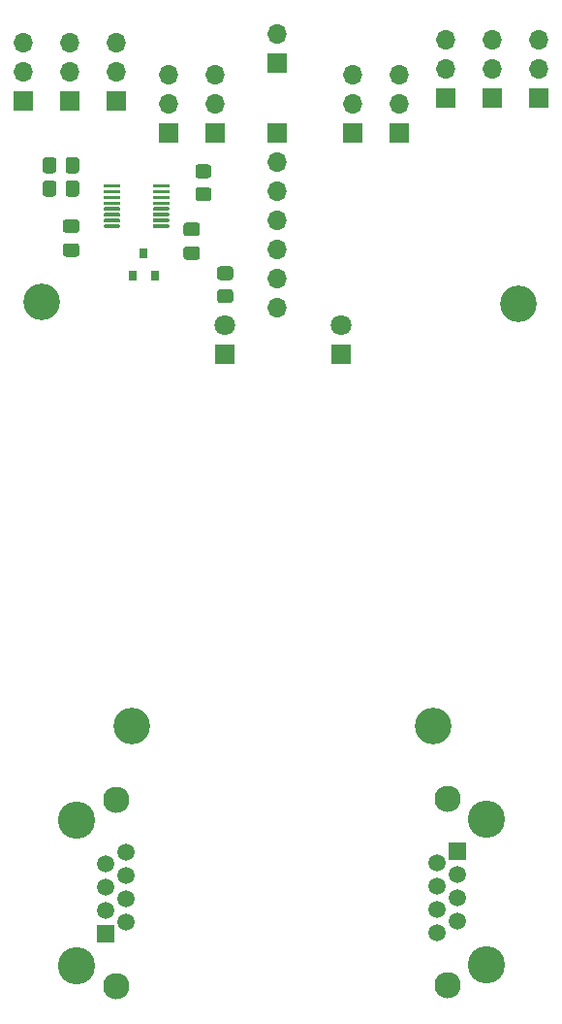
<source format=gbr>
%TF.GenerationSoftware,KiCad,Pcbnew,5.1.7-a382d34a8~87~ubuntu20.04.1*%
%TF.CreationDate,2020-11-04T11:30:01+01:00*%
%TF.ProjectId,isoSPI_Interface,69736f53-5049-45f4-996e-746572666163,rev?*%
%TF.SameCoordinates,Original*%
%TF.FileFunction,Soldermask,Bot*%
%TF.FilePolarity,Negative*%
%FSLAX46Y46*%
G04 Gerber Fmt 4.6, Leading zero omitted, Abs format (unit mm)*
G04 Created by KiCad (PCBNEW 5.1.7-a382d34a8~87~ubuntu20.04.1) date 2020-11-04 11:30:01*
%MOMM*%
%LPD*%
G01*
G04 APERTURE LIST*
%ADD10C,2.300000*%
%ADD11C,3.250000*%
%ADD12C,1.500000*%
%ADD13R,1.500000X1.500000*%
%ADD14C,3.200000*%
%ADD15O,1.700000X1.700000*%
%ADD16R,1.700000X1.700000*%
%ADD17R,0.800000X0.900000*%
%ADD18C,1.800000*%
%ADD19R,1.800000X1.800000*%
G04 APERTURE END LIST*
D10*
%TO.C,J102*%
X131952000Y-152402000D03*
X131952000Y-168662000D03*
D11*
X135382000Y-166882000D03*
X135382000Y-154182000D03*
D12*
X131062000Y-164084000D03*
X131062000Y-162052000D03*
X131062000Y-160020000D03*
X131062000Y-157988000D03*
X132842000Y-163068000D03*
X132842000Y-161036000D03*
X132842000Y-159004000D03*
D13*
X132842000Y-156972000D03*
%TD*%
D10*
%TO.C,J104*%
X102998000Y-168781000D03*
X102998000Y-152521000D03*
D11*
X99568000Y-154301000D03*
X99568000Y-167001000D03*
D12*
X103888000Y-157099000D03*
X103888000Y-159131000D03*
X103888000Y-161163000D03*
X103888000Y-163195000D03*
X102108000Y-158115000D03*
X102108000Y-160147000D03*
X102108000Y-162179000D03*
D13*
X102108000Y-164211000D03*
%TD*%
D14*
%TO.C,H104*%
X130683000Y-146050000D03*
%TD*%
%TO.C,H103*%
X138176000Y-109220000D03*
%TD*%
%TO.C,H102*%
X104394000Y-146050000D03*
%TD*%
%TO.C,H101*%
X96520000Y-109093000D03*
%TD*%
%TO.C,R403*%
G36*
G01*
X97771000Y-98736999D02*
X97771000Y-99637001D01*
G75*
G02*
X97521001Y-99887000I-249999J0D01*
G01*
X96820999Y-99887000D01*
G75*
G02*
X96571000Y-99637001I0J249999D01*
G01*
X96571000Y-98736999D01*
G75*
G02*
X96820999Y-98487000I249999J0D01*
G01*
X97521001Y-98487000D01*
G75*
G02*
X97771000Y-98736999I0J-249999D01*
G01*
G37*
G36*
G01*
X99771000Y-98736999D02*
X99771000Y-99637001D01*
G75*
G02*
X99521001Y-99887000I-249999J0D01*
G01*
X98820999Y-99887000D01*
G75*
G02*
X98571000Y-99637001I0J249999D01*
G01*
X98571000Y-98736999D01*
G75*
G02*
X98820999Y-98487000I249999J0D01*
G01*
X99521001Y-98487000D01*
G75*
G02*
X99771000Y-98736999I0J-249999D01*
G01*
G37*
%TD*%
%TO.C,R402*%
G36*
G01*
X97771000Y-96704999D02*
X97771000Y-97605001D01*
G75*
G02*
X97521001Y-97855000I-249999J0D01*
G01*
X96820999Y-97855000D01*
G75*
G02*
X96571000Y-97605001I0J249999D01*
G01*
X96571000Y-96704999D01*
G75*
G02*
X96820999Y-96455000I249999J0D01*
G01*
X97521001Y-96455000D01*
G75*
G02*
X97771000Y-96704999I0J-249999D01*
G01*
G37*
G36*
G01*
X99771000Y-96704999D02*
X99771000Y-97605001D01*
G75*
G02*
X99521001Y-97855000I-249999J0D01*
G01*
X98820999Y-97855000D01*
G75*
G02*
X98571000Y-97605001I0J249999D01*
G01*
X98571000Y-96704999D01*
G75*
G02*
X98820999Y-96455000I249999J0D01*
G01*
X99521001Y-96455000D01*
G75*
G02*
X99771000Y-96704999I0J-249999D01*
G01*
G37*
%TD*%
%TO.C,R401*%
G36*
G01*
X110166999Y-99079000D02*
X111067001Y-99079000D01*
G75*
G02*
X111317000Y-99328999I0J-249999D01*
G01*
X111317000Y-100029001D01*
G75*
G02*
X111067001Y-100279000I-249999J0D01*
G01*
X110166999Y-100279000D01*
G75*
G02*
X109917000Y-100029001I0J249999D01*
G01*
X109917000Y-99328999D01*
G75*
G02*
X110166999Y-99079000I249999J0D01*
G01*
G37*
G36*
G01*
X110166999Y-97079000D02*
X111067001Y-97079000D01*
G75*
G02*
X111317000Y-97328999I0J-249999D01*
G01*
X111317000Y-98029001D01*
G75*
G02*
X111067001Y-98279000I-249999J0D01*
G01*
X110166999Y-98279000D01*
G75*
G02*
X109917000Y-98029001I0J249999D01*
G01*
X109917000Y-97328999D01*
G75*
G02*
X110166999Y-97079000I249999J0D01*
G01*
G37*
%TD*%
%TO.C,R104*%
G36*
G01*
X112972001Y-107169000D02*
X112071999Y-107169000D01*
G75*
G02*
X111822000Y-106919001I0J249999D01*
G01*
X111822000Y-106218999D01*
G75*
G02*
X112071999Y-105969000I249999J0D01*
G01*
X112972001Y-105969000D01*
G75*
G02*
X113222000Y-106218999I0J-249999D01*
G01*
X113222000Y-106919001D01*
G75*
G02*
X112972001Y-107169000I-249999J0D01*
G01*
G37*
G36*
G01*
X112972001Y-109169000D02*
X112071999Y-109169000D01*
G75*
G02*
X111822000Y-108919001I0J249999D01*
G01*
X111822000Y-108218999D01*
G75*
G02*
X112071999Y-107969000I249999J0D01*
G01*
X112972001Y-107969000D01*
G75*
G02*
X113222000Y-108218999I0J-249999D01*
G01*
X113222000Y-108919001D01*
G75*
G02*
X112972001Y-109169000I-249999J0D01*
G01*
G37*
%TD*%
D15*
%TO.C,J405*%
X98933000Y-86487000D03*
X98933000Y-89027000D03*
D16*
X98933000Y-91567000D03*
%TD*%
D15*
%TO.C,J404*%
X102997000Y-86487000D03*
X102997000Y-89027000D03*
D16*
X102997000Y-91567000D03*
%TD*%
D15*
%TO.C,J403*%
X94869000Y-86487000D03*
X94869000Y-89027000D03*
D16*
X94869000Y-91567000D03*
%TD*%
D15*
%TO.C,J402*%
X107569000Y-89281000D03*
X107569000Y-91821000D03*
D16*
X107569000Y-94361000D03*
%TD*%
D15*
%TO.C,J401*%
X111633000Y-89281000D03*
X111633000Y-91821000D03*
D16*
X111633000Y-94361000D03*
%TD*%
D15*
%TO.C,J205*%
X135890000Y-86233000D03*
X135890000Y-88773000D03*
D16*
X135890000Y-91313000D03*
%TD*%
D15*
%TO.C,J204*%
X131826000Y-86233000D03*
X131826000Y-88773000D03*
D16*
X131826000Y-91313000D03*
%TD*%
D15*
%TO.C,J203*%
X139954000Y-86233000D03*
X139954000Y-88773000D03*
D16*
X139954000Y-91313000D03*
%TD*%
D15*
%TO.C,J202*%
X127762000Y-89281000D03*
X127762000Y-91821000D03*
D16*
X127762000Y-94361000D03*
%TD*%
D15*
%TO.C,J201*%
X123698000Y-89281000D03*
X123698000Y-91821000D03*
D16*
X123698000Y-94361000D03*
%TD*%
D15*
%TO.C,J103*%
X117094000Y-109601000D03*
X117094000Y-107061000D03*
X117094000Y-104521000D03*
X117094000Y-101981000D03*
X117094000Y-99441000D03*
X117094000Y-96901000D03*
D16*
X117094000Y-94361000D03*
%TD*%
D15*
%TO.C,J101*%
X117094000Y-85725000D03*
D16*
X117094000Y-88265000D03*
%TD*%
%TO.C,IC401*%
G36*
G01*
X103350000Y-98886000D02*
X103350000Y-99036000D01*
G75*
G02*
X103275000Y-99111000I-75000J0D01*
G01*
X101975000Y-99111000D01*
G75*
G02*
X101900000Y-99036000I0J75000D01*
G01*
X101900000Y-98886000D01*
G75*
G02*
X101975000Y-98811000I75000J0D01*
G01*
X103275000Y-98811000D01*
G75*
G02*
X103350000Y-98886000I0J-75000D01*
G01*
G37*
G36*
G01*
X103350000Y-99386000D02*
X103350000Y-99536000D01*
G75*
G02*
X103275000Y-99611000I-75000J0D01*
G01*
X101975000Y-99611000D01*
G75*
G02*
X101900000Y-99536000I0J75000D01*
G01*
X101900000Y-99386000D01*
G75*
G02*
X101975000Y-99311000I75000J0D01*
G01*
X103275000Y-99311000D01*
G75*
G02*
X103350000Y-99386000I0J-75000D01*
G01*
G37*
G36*
G01*
X103350000Y-99886000D02*
X103350000Y-100036000D01*
G75*
G02*
X103275000Y-100111000I-75000J0D01*
G01*
X101975000Y-100111000D01*
G75*
G02*
X101900000Y-100036000I0J75000D01*
G01*
X101900000Y-99886000D01*
G75*
G02*
X101975000Y-99811000I75000J0D01*
G01*
X103275000Y-99811000D01*
G75*
G02*
X103350000Y-99886000I0J-75000D01*
G01*
G37*
G36*
G01*
X103350000Y-100386000D02*
X103350000Y-100536000D01*
G75*
G02*
X103275000Y-100611000I-75000J0D01*
G01*
X101975000Y-100611000D01*
G75*
G02*
X101900000Y-100536000I0J75000D01*
G01*
X101900000Y-100386000D01*
G75*
G02*
X101975000Y-100311000I75000J0D01*
G01*
X103275000Y-100311000D01*
G75*
G02*
X103350000Y-100386000I0J-75000D01*
G01*
G37*
G36*
G01*
X103350000Y-100886000D02*
X103350000Y-101036000D01*
G75*
G02*
X103275000Y-101111000I-75000J0D01*
G01*
X101975000Y-101111000D01*
G75*
G02*
X101900000Y-101036000I0J75000D01*
G01*
X101900000Y-100886000D01*
G75*
G02*
X101975000Y-100811000I75000J0D01*
G01*
X103275000Y-100811000D01*
G75*
G02*
X103350000Y-100886000I0J-75000D01*
G01*
G37*
G36*
G01*
X103350000Y-101386000D02*
X103350000Y-101536000D01*
G75*
G02*
X103275000Y-101611000I-75000J0D01*
G01*
X101975000Y-101611000D01*
G75*
G02*
X101900000Y-101536000I0J75000D01*
G01*
X101900000Y-101386000D01*
G75*
G02*
X101975000Y-101311000I75000J0D01*
G01*
X103275000Y-101311000D01*
G75*
G02*
X103350000Y-101386000I0J-75000D01*
G01*
G37*
G36*
G01*
X103350000Y-101886000D02*
X103350000Y-102036000D01*
G75*
G02*
X103275000Y-102111000I-75000J0D01*
G01*
X101975000Y-102111000D01*
G75*
G02*
X101900000Y-102036000I0J75000D01*
G01*
X101900000Y-101886000D01*
G75*
G02*
X101975000Y-101811000I75000J0D01*
G01*
X103275000Y-101811000D01*
G75*
G02*
X103350000Y-101886000I0J-75000D01*
G01*
G37*
G36*
G01*
X103350000Y-102386000D02*
X103350000Y-102536000D01*
G75*
G02*
X103275000Y-102611000I-75000J0D01*
G01*
X101975000Y-102611000D01*
G75*
G02*
X101900000Y-102536000I0J75000D01*
G01*
X101900000Y-102386000D01*
G75*
G02*
X101975000Y-102311000I75000J0D01*
G01*
X103275000Y-102311000D01*
G75*
G02*
X103350000Y-102386000I0J-75000D01*
G01*
G37*
G36*
G01*
X107650000Y-102386000D02*
X107650000Y-102536000D01*
G75*
G02*
X107575000Y-102611000I-75000J0D01*
G01*
X106275000Y-102611000D01*
G75*
G02*
X106200000Y-102536000I0J75000D01*
G01*
X106200000Y-102386000D01*
G75*
G02*
X106275000Y-102311000I75000J0D01*
G01*
X107575000Y-102311000D01*
G75*
G02*
X107650000Y-102386000I0J-75000D01*
G01*
G37*
G36*
G01*
X107650000Y-101886000D02*
X107650000Y-102036000D01*
G75*
G02*
X107575000Y-102111000I-75000J0D01*
G01*
X106275000Y-102111000D01*
G75*
G02*
X106200000Y-102036000I0J75000D01*
G01*
X106200000Y-101886000D01*
G75*
G02*
X106275000Y-101811000I75000J0D01*
G01*
X107575000Y-101811000D01*
G75*
G02*
X107650000Y-101886000I0J-75000D01*
G01*
G37*
G36*
G01*
X107650000Y-101386000D02*
X107650000Y-101536000D01*
G75*
G02*
X107575000Y-101611000I-75000J0D01*
G01*
X106275000Y-101611000D01*
G75*
G02*
X106200000Y-101536000I0J75000D01*
G01*
X106200000Y-101386000D01*
G75*
G02*
X106275000Y-101311000I75000J0D01*
G01*
X107575000Y-101311000D01*
G75*
G02*
X107650000Y-101386000I0J-75000D01*
G01*
G37*
G36*
G01*
X107650000Y-100886000D02*
X107650000Y-101036000D01*
G75*
G02*
X107575000Y-101111000I-75000J0D01*
G01*
X106275000Y-101111000D01*
G75*
G02*
X106200000Y-101036000I0J75000D01*
G01*
X106200000Y-100886000D01*
G75*
G02*
X106275000Y-100811000I75000J0D01*
G01*
X107575000Y-100811000D01*
G75*
G02*
X107650000Y-100886000I0J-75000D01*
G01*
G37*
G36*
G01*
X107650000Y-100386000D02*
X107650000Y-100536000D01*
G75*
G02*
X107575000Y-100611000I-75000J0D01*
G01*
X106275000Y-100611000D01*
G75*
G02*
X106200000Y-100536000I0J75000D01*
G01*
X106200000Y-100386000D01*
G75*
G02*
X106275000Y-100311000I75000J0D01*
G01*
X107575000Y-100311000D01*
G75*
G02*
X107650000Y-100386000I0J-75000D01*
G01*
G37*
G36*
G01*
X107650000Y-99886000D02*
X107650000Y-100036000D01*
G75*
G02*
X107575000Y-100111000I-75000J0D01*
G01*
X106275000Y-100111000D01*
G75*
G02*
X106200000Y-100036000I0J75000D01*
G01*
X106200000Y-99886000D01*
G75*
G02*
X106275000Y-99811000I75000J0D01*
G01*
X107575000Y-99811000D01*
G75*
G02*
X107650000Y-99886000I0J-75000D01*
G01*
G37*
G36*
G01*
X107650000Y-99386000D02*
X107650000Y-99536000D01*
G75*
G02*
X107575000Y-99611000I-75000J0D01*
G01*
X106275000Y-99611000D01*
G75*
G02*
X106200000Y-99536000I0J75000D01*
G01*
X106200000Y-99386000D01*
G75*
G02*
X106275000Y-99311000I75000J0D01*
G01*
X107575000Y-99311000D01*
G75*
G02*
X107650000Y-99386000I0J-75000D01*
G01*
G37*
G36*
G01*
X107650000Y-98886000D02*
X107650000Y-99036000D01*
G75*
G02*
X107575000Y-99111000I-75000J0D01*
G01*
X106275000Y-99111000D01*
G75*
G02*
X106200000Y-99036000I0J75000D01*
G01*
X106200000Y-98886000D01*
G75*
G02*
X106275000Y-98811000I75000J0D01*
G01*
X107575000Y-98811000D01*
G75*
G02*
X107650000Y-98886000I0J-75000D01*
G01*
G37*
%TD*%
D17*
%TO.C,D104*%
X105410000Y-104791000D03*
X104460000Y-106791000D03*
X106360000Y-106791000D03*
%TD*%
D18*
%TO.C,D103*%
X112522000Y-111125000D03*
D19*
X112522000Y-113665000D03*
%TD*%
D18*
%TO.C,D101*%
X122682000Y-111125000D03*
D19*
X122682000Y-113665000D03*
%TD*%
%TO.C,C402*%
G36*
G01*
X110076000Y-103330500D02*
X109126000Y-103330500D01*
G75*
G02*
X108876000Y-103080500I0J250000D01*
G01*
X108876000Y-102405500D01*
G75*
G02*
X109126000Y-102155500I250000J0D01*
G01*
X110076000Y-102155500D01*
G75*
G02*
X110326000Y-102405500I0J-250000D01*
G01*
X110326000Y-103080500D01*
G75*
G02*
X110076000Y-103330500I-250000J0D01*
G01*
G37*
G36*
G01*
X110076000Y-105405500D02*
X109126000Y-105405500D01*
G75*
G02*
X108876000Y-105155500I0J250000D01*
G01*
X108876000Y-104480500D01*
G75*
G02*
X109126000Y-104230500I250000J0D01*
G01*
X110076000Y-104230500D01*
G75*
G02*
X110326000Y-104480500I0J-250000D01*
G01*
X110326000Y-105155500D01*
G75*
G02*
X110076000Y-105405500I-250000J0D01*
G01*
G37*
%TD*%
%TO.C,C401*%
G36*
G01*
X99535000Y-103055000D02*
X98585000Y-103055000D01*
G75*
G02*
X98335000Y-102805000I0J250000D01*
G01*
X98335000Y-102130000D01*
G75*
G02*
X98585000Y-101880000I250000J0D01*
G01*
X99535000Y-101880000D01*
G75*
G02*
X99785000Y-102130000I0J-250000D01*
G01*
X99785000Y-102805000D01*
G75*
G02*
X99535000Y-103055000I-250000J0D01*
G01*
G37*
G36*
G01*
X99535000Y-105130000D02*
X98585000Y-105130000D01*
G75*
G02*
X98335000Y-104880000I0J250000D01*
G01*
X98335000Y-104205000D01*
G75*
G02*
X98585000Y-103955000I250000J0D01*
G01*
X99535000Y-103955000D01*
G75*
G02*
X99785000Y-104205000I0J-250000D01*
G01*
X99785000Y-104880000D01*
G75*
G02*
X99535000Y-105130000I-250000J0D01*
G01*
G37*
%TD*%
M02*

</source>
